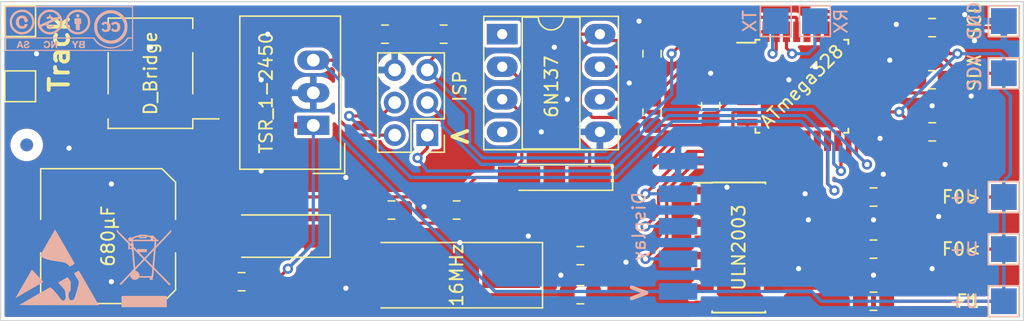
<source format=kicad_pcb>
(kicad_pcb (version 20171130) (host pcbnew 5.0.2-bee76a0~70~ubuntu18.04.1)
  (title_block (title "Messwagen Steuerplatine") (date 2020-02-25) (rev 2.0) (company "Christian Lösel") (comment 4 "Version mit NRMA-DCC"))
  (layers (0 F.Cu signal) (31 B.Cu signal) (34 B.Paste user) (35 F.Paste user) (36 B.SilkS user) (37 F.SilkS user) (38 B.Mask user) (39 F.Mask user) (44 Edge.Cuts user))
  (net 0 "")
  (net 1 "Net-(R1-Pad1)")
  (net 2 "Net-(R2-Pad1)")
  (net 3 "Net-(R3-Pad1)")
  (net 4 /SDA)
  (net 5 /SCL)
  (net 6 +5V)
  (net 7 GND)
  (net 8 /Gleis1)
  (net 9 /Gleis2)
  (net 10 "Net-(IC4-Pad7)")
  (net 11 /DCC)
  (net 12 /Reset)
  (net 13 /F0forward)
  (net 14 /F0reverse)
  (net 15 /F1)
  (net 16 /MOSI)
  (net 17 /MISO)
  (net 18 /SCK)
  (net 19 "Net-(C4-Pad1)")
  (net 20 "Net-(IC4-Pad1)")
  (net 21 "Net-(C7-Pad1)")
  (net 22 "Net-(IC5-Pad9)")
  (net 23 "Net-(IC5-Pad10)")
  (net 24 "Net-(IC5-Pad13)")
  (net 25 "Net-(IC5-Pad15)")
  (net 26 "Net-(IC3-Pad1)")
  (net 27 "Net-(IC3-Pad2)")
  (net 28 "Net-(IC3-Pad19)")
  (net 29 "Net-(IC3-Pad22)")
  (net 30 "Net-(IC3-Pad26)")
  (net 31 /XTAL1)
  (net 32 /XTAL2)
  (net 33 "Net-(C8-Pad1)")
  (net 34 /Data)
  (net 35 /Load)
  (net 36 /Clock)
  (net 37 "Net-(IC3-Pad25)")
  (net 38 "Net-(IC3-Pad24)")
  (net 39 "Net-(IC3-Pad23)")
  (net 40 "Net-(D2-Pad1)")
  (net 41 "Net-(IC4-Pad4)")
  (net 42 /RX)
  (net 43 /TX)
  (module Symbol:CC-BY-NC-SA_10x3.6mm_SilkScreen (layer B.Cu) (at 25.273 22.4155 180)
    (fp_text reference CC-Logo1 hide)
    (fp_text value --- hide)
  )
  (module Connector_PinHeader_2.54mm:PinHeader_2x03_P2.54mm_Vertical (layer F.Cu) (at 53.213 30.734 180)
    (fp_text reference J1 hide)
    (fp_text value ISP (at -2.54 3.81 270) (layer F.SilkS))
    (pad 1 thru_hole rect (at 0 0 180) (size 1.7 1.7) (drill 1) (layers *.Cu *.Mask) (net 17 /MISO))
    (pad 2 thru_hole oval (at 2.54 0 180) (size 1.7 1.7) (drill 1) (layers *.Cu *.Mask) (net 6 +5V))
    (pad 3 thru_hole oval (at 0 2.54 180) (size 1.7 1.7) (drill 1) (layers *.Cu *.Mask) (net 18 /SCK))
    (pad 4 thru_hole oval (at 2.54 2.54 180) (size 1.7 1.7) (drill 1) (layers *.Cu *.Mask) (net 16 /MOSI))
    (pad 5 thru_hole oval (at 0 5.08 180) (size 1.7 1.7) (drill 1) (layers *.Cu *.Mask) (net 12 /Reset))
    (pad 6 thru_hole oval (at 2.54 5.08 180) (size 1.7 1.7) (drill 1) (layers *.Cu *.Mask) (net 7 GND))
  )
  (module TestPoint:TestPoint_Pad_2.0x2.0mm (layer B.Cu) (at 80.391 21.844)
    (fp_text reference TP2 hide)
    (fp_text value TX (at -2.032 0 90) (layer B.SilkS) (effects (justify mirror)))
    (pad 1 smd rect (at 0 0) (size 2 2) (layers B.Cu B.Mask) (net 43 /TX))
  )
  (module TestPoint:TestPoint_Pad_2.0x2.0mm (layer B.Cu) (at 83.439 21.844)
    (fp_text reference TP1 hide)
    (fp_text value RX (at 2.032 0 90) (layer B.SilkS) (effects (justify mirror)))
    (pad 1 smd rect (at 0 0) (size 2 2) (layers B.Cu B.Mask) (net 42 /RX))
  )
  (module "Messwagen NMRA_DCC:PinHeader_1x05_P2.54mm_Vertical_SMD" (layer B.Cu) (at 74.426 37.846)
    (fp_text reference J2 hide)
    (fp_text value Display (at -4.703 0 -90) (layer B.SilkS) (effects (justify mirror)))
    (pad 4 smd rect (at -1.655 -2.54) (size 3 1.3) (layers B.Cu B.Paste B.Mask) (net 36 /Clock))
    (pad 2 smd rect (at -1.655 2.54) (size 3 1.3) (layers B.Cu B.Paste B.Mask) (net 34 /Data))
    (pad 5 smd rect (at -1.655 -5.08) (size 3 1.3) (layers B.Cu B.Paste B.Mask) (net 7 GND))
    (pad 3 smd rect (at -1.655 0) (size 3 1.3) (layers B.Cu B.Paste B.Mask) (net 35 /Load))
    (pad 1 smd rect (at -1.655 5.08) (size 3 1.3) (layers B.Cu B.Paste B.Mask) (net 6 +5V))
  )
  (module Capacitor_SMD:C_0805_2012Metric_Pad1.15x1.40mm_HandSolder (layer F.Cu) (at 49.911 22.86 180)
    (fp_text reference C6 hide)
    (fp_text value 100nF hide)
    (pad 1 smd roundrect (at -1.025 0 180) (size 1.15 1.4) (layers F.Cu F.Paste F.Mask) (roundrect_rratio 0.217391) (net 6 +5V))
    (pad 2 smd roundrect (at 1.025 0 180) (size 1.15 1.4) (layers F.Cu F.Paste F.Mask) (roundrect_rratio 0.217391) (net 7 GND))
  )
  (module Diode_SMD:Diode_Bridge_Vishay_DFS (layer F.Cu) (at 31.623 25.908 180)
    (fp_text reference IC1 hide)
    (fp_text value D_Bridge (at 0 0 270) (layer F.SilkS))
    (pad 4 smd rect (at 4.37 -2.55 180) (size 2 1.5) (layers F.Cu F.Paste F.Mask) (net 9 /Gleis2))
    (pad 3 smd rect (at 4.37 2.55 180) (size 2 1.5) (layers F.Cu F.Paste F.Mask) (net 8 /Gleis1))
    (pad 2 smd rect (at -4.37 2.55 180) (size 2 1.5) (layers F.Cu F.Paste F.Mask) (net 7 GND))
    (pad 1 smd rect (at -4.37 -2.55 180) (size 2 1.5) (layers F.Cu F.Paste F.Mask) (net 40 "Net-(D2-Pad1)"))
  )
  (module Fiducial:Fiducial_1mm_Dia_2.54mm_Outer_CopperBottom (layer F.Cu) (at 21.971 31.496)
    (fp_text reference B.Fiducial1 hide)
    (fp_text value --- hide)
    (pad "" smd circle (at 0 0) (size 1 1) (layers B.Cu B.Mask) (clearance 0.77))
  )
  (module Fiducial:Fiducial_1mm_Dia_2.54mm_Outer_CopperTop (layer F.Cu) (at 21.971 31.496)
    (fp_text reference F.Fiducial1 hide)
    (fp_text value --- hide)
    (pad "" smd circle (at 0 0) (size 1 1) (layers F.Cu F.Mask) (clearance 0.77))
  )
  (module Capacitor_SMD:C_0805_2012Metric_Pad1.15x1.40mm_HandSolder (layer F.Cu) (at 55.499 36.576 180)
    (fp_text reference C8 hide)
    (fp_text value 100nF hide)
    (pad 2 smd roundrect (at 1.025 0 180) (size 1.15 1.4) (layers F.Cu F.Paste F.Mask) (roundrect_rratio 0.217391) (net 8 /Gleis1))
    (pad 1 smd roundrect (at -1.025 0 180) (size 1.15 1.4) (layers F.Cu F.Paste F.Mask) (roundrect_rratio 0.217391) (net 33 "Net-(C8-Pad1)"))
  )
  (module Diode_SMD:D_MiniMELF_Handsoldering (layer F.Cu) (at 63.119 34.036 180)
    (fp_text reference D1 hide)
    (fp_text value 1N4148 hide)
    (pad 2 smd rect (at 2.75 0 180) (size 3.3 1.7) (layers F.Cu F.Paste F.Mask) (net 8 /Gleis1))
    (pad 1 smd rect (at -2.75 0 180) (size 3.3 1.7) (layers F.Cu F.Paste F.Mask) (net 33 "Net-(C8-Pad1)"))
  )
  (module Capacitor_SMD:C_0805_2012Metric_Pad1.15x1.40mm_HandSolder (layer F.Cu) (at 75.311 28.448 90)
    (fp_text reference C1 hide)
    (fp_text value 100nF hide)
    (pad 2 smd roundrect (at 1.024999 0 90) (size 1.15 1.4) (layers F.Cu F.Paste F.Mask) (roundrect_rratio 0.217391) (net 7 GND))
    (pad 1 smd roundrect (at -1.024999 0 90) (size 1.15 1.4) (layers F.Cu F.Paste F.Mask) (roundrect_rratio 0.217391) (net 6 +5V))
  )
  (module Resistor_SMD:R_0805_2012Metric_Pad1.15x1.40mm_HandSolder (layer F.Cu) (at 54.483 22.86)
    (fp_text reference R11 hide)
    (fp_text value 10K hide)
    (pad 2 smd roundrect (at 1.025 0) (size 1.15 1.4) (layers F.Cu F.Paste F.Mask) (roundrect_rratio 0.217391) (net 12 /Reset))
    (pad 1 smd roundrect (at -1.025 0) (size 1.15 1.4) (layers F.Cu F.Paste F.Mask) (roundrect_rratio 0.217391) (net 6 +5V))
  )
  (module Symbol:ESD-Logo_6.6x6mm_SilkScreen (layer B.Cu) (at 24.338031 41.032196 180)
    (fp_text reference ESD-Logo1 hide)
    (fp_text value --- hide)
  )
  (module Symbol:WEEE-Logo_4.2x6mm_SilkScreen (layer B.Cu) (at 31.115 41.127234 180)
    (fp_text reference WEEE-Logo1 hide)
    (fp_text value --- hide)
  )
  (module Converter_DCDC:Converter_DCDC_TRACO_TSR-1_THT (layer F.Cu) (at 44.323 29.972 90)
    (fp_text reference IC2 hide)
    (fp_text value TSR_1-2450 (at 2.54 -3.683 90) (layer F.SilkS))
    (pad 3 thru_hole oval (at 5.08 0 90) (size 1.5 2.5) (drill 1) (layers *.Cu *.Mask) (net 6 +5V))
    (pad 2 thru_hole oval (at 2.54 0 90) (size 1.5 2.5) (drill 1) (layers *.Cu *.Mask) (net 7 GND))
    (pad 1 thru_hole rect (at 0 0 90) (size 1.5 2.5) (drill 1) (layers *.Cu *.Mask) (net 40 "Net-(D2-Pad1)"))
  )
  (module Package_QFP:TQFP-32_7x7mm_P0.8mm (layer F.Cu) (at 82.423 26.924)
    (fp_text reference IC3 hide)
    (fp_text value ATmega328 (at 0 0 -315) (layer F.SilkS))
    (pad 32 smd rect (at -2.8 -4.25 90) (size 1.6 0.55) (layers F.Cu F.Paste F.Mask) (net 11 /DCC))
    (pad 31 smd rect (at -2 -4.25 90) (size 1.6 0.55) (layers F.Cu F.Paste F.Mask) (net 43 /TX))
    (pad 30 smd rect (at -1.2 -4.25 90) (size 1.6 0.55) (layers F.Cu F.Paste F.Mask) (net 42 /RX))
    (pad 29 smd rect (at -0.4 -4.25 90) (size 1.6 0.55) (layers F.Cu F.Paste F.Mask) (net 12 /Reset))
    (pad 28 smd rect (at 0.4 -4.25 90) (size 1.6 0.55) (layers F.Cu F.Paste F.Mask) (net 5 /SCL))
    (pad 27 smd rect (at 1.2 -4.25 90) (size 1.6 0.55) (layers F.Cu F.Paste F.Mask) (net 4 /SDA))
    (pad 26 smd rect (at 2 -4.25 90) (size 1.6 0.55) (layers F.Cu F.Paste F.Mask) (net 30 "Net-(IC3-Pad26)"))
    (pad 25 smd rect (at 2.8 -4.25 90) (size 1.6 0.55) (layers F.Cu F.Paste F.Mask) (net 37 "Net-(IC3-Pad25)"))
    (pad 24 smd rect (at 4.25 -2.8) (size 1.6 0.55) (layers F.Cu F.Paste F.Mask) (net 38 "Net-(IC3-Pad24)"))
    (pad 23 smd rect (at 4.25 -2) (size 1.6 0.55) (layers F.Cu F.Paste F.Mask) (net 39 "Net-(IC3-Pad23)"))
    (pad 22 smd rect (at 4.25 -1.2) (size 1.6 0.55) (layers F.Cu F.Paste F.Mask) (net 29 "Net-(IC3-Pad22)"))
    (pad 21 smd rect (at 4.25 -0.4) (size 1.6 0.55) (layers F.Cu F.Paste F.Mask) (net 7 GND))
    (pad 20 smd rect (at 4.25 0.4) (size 1.6 0.55) (layers F.Cu F.Paste F.Mask) (net 19 "Net-(C4-Pad1)"))
    (pad 19 smd rect (at 4.25 1.2) (size 1.6 0.55) (layers F.Cu F.Paste F.Mask) (net 28 "Net-(IC3-Pad19)"))
    (pad 18 smd rect (at 4.25 2) (size 1.6 0.55) (layers F.Cu F.Paste F.Mask) (net 6 +5V))
    (pad 17 smd rect (at 4.25 2.8) (size 1.6 0.55) (layers F.Cu F.Paste F.Mask) (net 18 /SCK))
    (pad 16 smd rect (at 2.8 4.25 90) (size 1.6 0.55) (layers F.Cu F.Paste F.Mask) (net 17 /MISO))
    (pad 15 smd rect (at 2 4.25 90) (size 1.6 0.55) (layers F.Cu F.Paste F.Mask) (net 16 /MOSI))
    (pad 14 smd rect (at 1.2 4.25 90) (size 1.6 0.55) (layers F.Cu F.Paste F.Mask) (net 15 /F1))
    (pad 13 smd rect (at 0.4 4.25 90) (size 1.6 0.55) (layers F.Cu F.Paste F.Mask) (net 14 /F0reverse))
    (pad 12 smd rect (at -0.4 4.25 90) (size 1.6 0.55) (layers F.Cu F.Paste F.Mask) (net 13 /F0forward))
    (pad 11 smd rect (at -1.2 4.25 90) (size 1.6 0.55) (layers F.Cu F.Paste F.Mask) (net 34 /Data))
    (pad 10 smd rect (at -2 4.25 90) (size 1.6 0.55) (layers F.Cu F.Paste F.Mask) (net 35 /Load))
    (pad 9 smd rect (at -2.8 4.25 90) (size 1.6 0.55) (layers F.Cu F.Paste F.Mask) (net 36 /Clock))
    (pad 8 smd rect (at -4.25 2.8) (size 1.6 0.55) (layers F.Cu F.Paste F.Mask) (net 32 /XTAL2))
    (pad 7 smd rect (at -4.25 2) (size 1.6 0.55) (layers F.Cu F.Paste F.Mask) (net 31 /XTAL1))
    (pad 6 smd rect (at -4.25 1.2) (size 1.6 0.55) (layers F.Cu F.Paste F.Mask) (net 6 +5V))
    (pad 5 smd rect (at -4.25 0.4) (size 1.6 0.55) (layers F.Cu F.Paste F.Mask) (net 7 GND))
    (pad 4 smd rect (at -4.25 -0.4) (size 1.6 0.55) (layers F.Cu F.Paste F.Mask) (net 6 +5V))
    (pad 3 smd rect (at -4.25 -1.2) (size 1.6 0.55) (layers F.Cu F.Paste F.Mask) (net 7 GND))
    (pad 2 smd rect (at -4.25 -2) (size 1.6 0.55) (layers F.Cu F.Paste F.Mask) (net 27 "Net-(IC3-Pad2)"))
    (pad 1 smd rect (at -4.25 -2.8) (size 1.6 0.55) (layers F.Cu F.Paste F.Mask) (net 26 "Net-(IC3-Pad1)"))
  )
  (module Package_SO:SOIC-16_3.9x9.9mm_P1.27mm (layer F.Cu) (at 77.503 39.497)
    (fp_text reference IC5 hide)
    (fp_text value ULN2003 (at 0 0 90) (layer F.SilkS))
    (pad 16 smd rect (at 2.7 -4.445) (size 1.5 0.6) (layers F.Cu F.Paste F.Mask) (net 25 "Net-(IC5-Pad15)"))
    (pad 15 smd rect (at 2.7 -3.175) (size 1.5 0.6) (layers F.Cu F.Paste F.Mask) (net 25 "Net-(IC5-Pad15)"))
    (pad 14 smd rect (at 2.7 -1.905) (size 1.5 0.6) (layers F.Cu F.Paste F.Mask) (net 24 "Net-(IC5-Pad13)"))
    (pad 13 smd rect (at 2.7 -0.635) (size 1.5 0.6) (layers F.Cu F.Paste F.Mask) (net 24 "Net-(IC5-Pad13)"))
    (pad 12 smd rect (at 2.7 0.635) (size 1.5 0.6) (layers F.Cu F.Paste F.Mask) (net 23 "Net-(IC5-Pad10)"))
    (pad 11 smd rect (at 2.7 1.905) (size 1.5 0.6) (layers F.Cu F.Paste F.Mask) (net 23 "Net-(IC5-Pad10)"))
    (pad 10 smd rect (at 2.7 3.175) (size 1.5 0.6) (layers F.Cu F.Paste F.Mask) (net 23 "Net-(IC5-Pad10)"))
    (pad 9 smd rect (at 2.7 4.445) (size 1.5 0.6) (layers F.Cu F.Paste F.Mask) (net 22 "Net-(IC5-Pad9)"))
    (pad 8 smd rect (at -2.7 4.445) (size 1.5 0.6) (layers F.Cu F.Paste F.Mask) (net 7 GND))
    (pad 7 smd rect (at -2.7 3.175) (size 1.5 0.6) (layers F.Cu F.Paste F.Mask) (net 15 /F1))
    (pad 6 smd rect (at -2.7 1.905) (size 1.5 0.6) (layers F.Cu F.Paste F.Mask) (net 15 /F1))
    (pad 5 smd rect (at -2.7 0.635) (size 1.5 0.6) (layers F.Cu F.Paste F.Mask) (net 15 /F1))
    (pad 4 smd rect (at -2.7 -0.635) (size 1.5 0.6) (layers F.Cu F.Paste F.Mask) (net 14 /F0reverse))
    (pad 3 smd rect (at -2.7 -1.905) (size 1.5 0.6) (layers F.Cu F.Paste F.Mask) (net 14 /F0reverse))
    (pad 2 smd rect (at -2.7 -3.175) (size 1.5 0.6) (layers F.Cu F.Paste F.Mask) (net 13 /F0forward))
    (pad 1 smd rect (at -2.7 -4.445) (size 1.5 0.6) (layers F.Cu F.Paste F.Mask) (net 13 /F0forward))
  )
  (module Crystal:Crystal_SMD_HC49-SD (layer F.Cu) (at 55.499 41.656 180)
    (fp_text reference Q1 hide)
    (fp_text value 16MHz (at 0 0 270) (layer F.SilkS))
    (pad 2 smd rect (at 4.25 0 180) (size 4.5 2) (layers F.Cu F.Paste F.Mask) (net 32 /XTAL2))
    (pad 1 smd rect (at -4.25 0 180) (size 4.5 2) (layers F.Cu F.Paste F.Mask) (net 31 /XTAL1))
  )
  (module Capacitor_SMD:C_Elec_10x10.2 (layer F.Cu) (at 28.321 38.608 180)
    (fp_text reference C7 hide)
    (fp_text value 680µF (at 0 0 270) (layer F.SilkS))
    (pad 2 smd roundrect (at 4.4 0 180) (size 4.6 2.1) (layers F.Cu F.Paste F.Mask) (roundrect_rratio 0.119048) (net 7 GND))
    (pad 1 smd roundrect (at -4.4 0 180) (size 4.6 2.1) (layers F.Cu F.Paste F.Mask) (roundrect_rratio 0.119048) (net 21 "Net-(C7-Pad1)"))
  )
  (module Diode_SMD:D_SMA_Handsoldering (layer F.Cu) (at 41.235 38.608 180)
    (fp_text reference D2 hide)
    (fp_text value "B 140 F" hide)
    (pad 2 smd rect (at 2.5 0 180) (size 3.5 1.8) (layers F.Cu F.Paste F.Mask) (net 21 "Net-(C7-Pad1)"))
    (pad 1 smd rect (at -2.5 0 180) (size 3.5 1.8) (layers F.Cu F.Paste F.Mask) (net 40 "Net-(D2-Pad1)"))
  )
  (module Resistor_SMD:R_0805_2012Metric_Pad1.15x1.40mm_HandSolder (layer F.Cu) (at 38.735 42.164 180)
    (fp_text reference R10 hide)
    (fp_text value 100R hide)
    (pad 2 smd roundrect (at 1.025 0 180) (size 1.15 1.4) (layers F.Cu F.Paste F.Mask) (roundrect_rratio 0.217391) (net 21 "Net-(C7-Pad1)"))
    (pad 1 smd roundrect (at -1.025 0 180) (size 1.15 1.4) (layers F.Cu F.Paste F.Mask) (roundrect_rratio 0.217391) (net 40 "Net-(D2-Pad1)"))
  )
  (module Resistor_SMD:R_0805_2012Metric_Pad1.15x1.40mm_HandSolder (layer F.Cu) (at 70.739 24.384 270)
    (fp_text reference R8 hide)
    (fp_text value 10K hide)
    (pad 2 smd roundrect (at 1.025 0 270) (size 1.15 1.4) (layers F.Cu F.Paste F.Mask) (roundrect_rratio 0.217391) (net 10 "Net-(IC4-Pad7)"))
    (pad 1 smd roundrect (at -1.025 0 270) (size 1.15 1.4) (layers F.Cu F.Paste F.Mask) (roundrect_rratio 0.217391) (net 6 +5V))
  )
  (module Package_DIP:DIP-8_W7.62mm_Socket_LongPads (layer F.Cu) (at 59.055 22.86)
    (fp_text reference IC4 hide)
    (fp_text value 6N137 (at 3.84048 4.0894 90) (layer F.SilkS))
    (pad 8 thru_hole oval (at 7.62 0) (size 2.4 1.6) (drill 0.8) (layers *.Cu *.Mask) (net 6 +5V))
    (pad 4 thru_hole oval (at 0 7.62) (size 2.4 1.6) (drill 0.8) (layers *.Cu *.Mask) (net 41 "Net-(IC4-Pad4)"))
    (pad 7 thru_hole oval (at 7.62 2.54) (size 2.4 1.6) (drill 0.8) (layers *.Cu *.Mask) (net 10 "Net-(IC4-Pad7)"))
    (pad 3 thru_hole oval (at 0 5.08) (size 2.4 1.6) (drill 0.8) (layers *.Cu *.Mask) (net 8 /Gleis1))
    (pad 6 thru_hole oval (at 7.62 5.08) (size 2.4 1.6) (drill 0.8) (layers *.Cu *.Mask) (net 11 /DCC))
    (pad 2 thru_hole oval (at 0 2.54) (size 2.4 1.6) (drill 0.8) (layers *.Cu *.Mask) (net 33 "Net-(C8-Pad1)"))
    (pad 5 thru_hole oval (at 7.62 7.62) (size 2.4 1.6) (drill 0.8) (layers *.Cu *.Mask) (net 7 GND))
    (pad 1 thru_hole rect (at 0 0) (size 2.4 1.6) (drill 0.8) (layers *.Cu *.Mask) (net 20 "Net-(IC4-Pad1)"))
  )
  (module Capacitor_SMD:C_0805_2012Metric_Pad1.15x1.40mm_HandSolder (layer F.Cu) (at 65.151 40.132)
    (fp_text reference C2 hide)
    (fp_text value 22pF hide)
    (pad 2 smd roundrect (at 1.025 0) (size 1.15 1.4) (layers F.Cu F.Paste F.Mask) (roundrect_rratio 0.217391) (net 7 GND))
    (pad 1 smd roundrect (at -1.025 0) (size 1.15 1.4) (layers F.Cu F.Paste F.Mask) (roundrect_rratio 0.217391) (net 31 /XTAL1))
  )
  (module Capacitor_SMD:C_0805_2012Metric_Pad1.15x1.40mm_HandSolder (layer F.Cu) (at 65.151 43.18)
    (fp_text reference C3 hide)
    (fp_text value 22pF hide)
    (pad 2 smd roundrect (at 1.025 0) (size 1.15 1.4) (layers F.Cu F.Paste F.Mask) (roundrect_rratio 0.217391) (net 7 GND))
    (pad 1 smd roundrect (at -1.025 0) (size 1.15 1.4) (layers F.Cu F.Paste F.Mask) (roundrect_rratio 0.217391) (net 32 /XTAL2))
  )
  (module Capacitor_SMD:C_0805_2012Metric_Pad1.15x1.40mm_HandSolder (layer F.Cu) (at 92.574 26.416 180)
    (fp_text reference C4 hide)
    (fp_text value 100nF hide)
    (pad 2 smd roundrect (at 1.025 0 180) (size 1.15 1.4) (layers F.Cu F.Paste F.Mask) (roundrect_rratio 0.217391) (net 7 GND))
    (pad 1 smd roundrect (at -1.025 0 180) (size 1.15 1.4) (layers F.Cu F.Paste F.Mask) (roundrect_rratio 0.217391) (net 19 "Net-(C4-Pad1)"))
  )
  (module Resistor_SMD:R_0805_2012Metric_Pad1.15x1.40mm_HandSolder (layer F.Cu) (at 92.592 30.48 180)
    (fp_text reference R4 hide)
    (fp_text value 10K hide)
    (pad 1 smd roundrect (at -1.025 0 180) (size 1.15 1.4) (layers F.Cu F.Paste F.Mask) (roundrect_rratio 0.217391) (net 4 /SDA))
    (pad 2 smd roundrect (at 1.025 0 180) (size 1.15 1.4) (layers F.Cu F.Paste F.Mask) (roundrect_rratio 0.217391) (net 6 +5V))
  )
  (module Resistor_SMD:R_0805_2012Metric_Pad1.15x1.40mm_HandSolder (layer F.Cu) (at 70.739 28.956 90)
    (fp_text reference R9 hide)
    (fp_text value 10K hide)
    (pad 2 smd roundrect (at 1.025 0 90) (size 1.15 1.4) (layers F.Cu F.Paste F.Mask) (roundrect_rratio 0.217391) (net 11 /DCC))
    (pad 1 smd roundrect (at -1.025 0 90) (size 1.15 1.4) (layers F.Cu F.Paste F.Mask) (roundrect_rratio 0.217391) (net 6 +5V))
  )
  (module Resistor_SMD:R_0805_2012Metric_Pad1.15x1.40mm_HandSolder (layer F.Cu) (at 50.419 36.576 180)
    (fp_text reference R7 hide)
    (fp_text value 1K5 hide)
    (pad 2 smd roundrect (at 1.025 0 180) (size 1.15 1.4) (layers F.Cu F.Paste F.Mask) (roundrect_rratio 0.217391) (net 9 /Gleis2))
    (pad 1 smd roundrect (at -1.025 0 180) (size 1.15 1.4) (layers F.Cu F.Paste F.Mask) (roundrect_rratio 0.217391) (net 33 "Net-(C8-Pad1)"))
  )
  (module Resistor_SMD:R_0805_2012Metric_Pad1.15x1.40mm_HandSolder (layer F.Cu) (at 88.011 43.688 180)
    (fp_text reference R3 hide)
    (fp_text value R hide)
    (pad 2 smd roundrect (at 1.025 0 180) (size 1.15 1.4) (layers F.Cu F.Paste F.Mask) (roundrect_rratio 0.217391) (net 23 "Net-(IC5-Pad10)"))
    (pad 1 smd roundrect (at -1.025 0 180) (size 1.15 1.4) (layers F.Cu F.Paste F.Mask) (roundrect_rratio 0.217391) (net 3 "Net-(R3-Pad1)"))
  )
  (module Resistor_SMD:R_0805_2012Metric_Pad1.15x1.40mm_HandSolder (layer F.Cu) (at 88.011 39.624 180)
    (fp_text reference R2 hide)
    (fp_text value R hide)
    (pad 2 smd roundrect (at 1.025 0 180) (size 1.15 1.4) (layers F.Cu F.Paste F.Mask) (roundrect_rratio 0.217391) (net 24 "Net-(IC5-Pad13)"))
    (pad 1 smd roundrect (at -1.025 0 180) (size 1.15 1.4) (layers F.Cu F.Paste F.Mask) (roundrect_rratio 0.217391) (net 2 "Net-(R2-Pad1)"))
  )
  (module Resistor_SMD:R_0805_2012Metric_Pad1.15x1.40mm_HandSolder (layer F.Cu) (at 88.011 35.56 180)
    (fp_text reference R1 hide)
    (fp_text value R hide)
    (pad 2 smd roundrect (at 1.025 0 180) (size 1.15 1.4) (layers F.Cu F.Paste F.Mask) (roundrect_rratio 0.217391) (net 25 "Net-(IC5-Pad15)"))
    (pad 1 smd roundrect (at -1.025 0 180) (size 1.15 1.4) (layers F.Cu F.Paste F.Mask) (roundrect_rratio 0.217391) (net 1 "Net-(R1-Pad1)"))
  )
  (module Resistor_SMD:R_0805_2012Metric_Pad1.15x1.40mm_HandSolder (layer F.Cu) (at 92.583 22.352 180)
    (fp_text reference R5 hide)
    (fp_text value 10K hide)
    (pad 2 smd roundrect (at 1.025 0 180) (size 1.15 1.4) (layers F.Cu F.Paste F.Mask) (roundrect_rratio 0.217391) (net 6 +5V))
    (pad 1 smd roundrect (at -1.025 0 180) (size 1.15 1.4) (layers F.Cu F.Paste F.Mask) (roundrect_rratio 0.217391) (net 5 /SCL))
  )
  (module TestPoint:TestPoint_Pad_2.0x2.0mm (layer F.Cu) (at 21.463 26.924)
    (fp_text reference TP16 hide)
    (fp_text value Gleis2 hide)
    (pad 1 smd rect (at 0 0) (size 2 2) (layers F.Cu F.Mask) (net 9 /Gleis2))
  )
  (module TestPoint:TestPoint_Pad_2.0x2.0mm (layer F.Cu) (at 21.463 21.844)
    (fp_text reference TP15 hide)
    (fp_text value Gleis1 hide)
    (pad 1 smd rect (at 0 0) (size 2 2) (layers F.Cu F.Mask) (net 8 /Gleis1))
  )
  (module TestPoint:TestPoint_Pad_2.0x2.0mm (layer B.Cu) (at 98.171 21.844)
    (fp_text reference TP13 hide)
    (fp_text value GND (at -2.286 0 90) (layer B.SilkS) (effects (justify mirror)))
    (pad 1 smd rect (at 0 0) (size 2 2) (layers B.Cu B.Mask) (net 7 GND))
  )
  (module TestPoint:TestPoint_Pad_2.0x2.0mm (layer B.Cu) (at 98.171 25.908)
    (fp_text reference TP12 hide)
    (fp_text value VCC (at -2.286 0 270) (layer B.SilkS) (effects (justify mirror)))
    (pad 1 smd rect (at 0 0) (size 2 2) (layers B.Cu B.Mask) (net 6 +5V))
  )
  (module TestPoint:TestPoint_Pad_2.0x2.0mm (layer B.Cu) (at 98.171 43.688)
    (fp_text reference TP11 hide)
    (fp_text value U+ (at -3.105 0) (layer B.SilkS) (effects (justify mirror)))
    (pad 1 smd rect (at 0 0) (size 2 2) (layers B.Cu B.Mask) (net 6 +5V))
  )
  (module TestPoint:TestPoint_Pad_2.0x2.0mm (layer B.Cu) (at 98.171 35.56)
    (fp_text reference TP10 hide)
    (fp_text value U+ (at -3.105 0) (layer B.SilkS) (effects (justify mirror)))
    (pad 1 smd rect (at 0 0) (size 2 2) (layers B.Cu B.Mask) (net 6 +5V))
  )
  (module TestPoint:TestPoint_Pad_2.0x2.0mm (layer B.Cu) (at 98.171 39.624)
    (fp_text reference TP9 hide)
    (fp_text value U+ (at -3.105 0) (layer B.SilkS) (effects (justify mirror)))
    (pad 1 smd rect (at 0 0) (size 2 2) (layers B.Cu B.Mask) (net 6 +5V))
  )
  (module TestPoint:TestPoint_Pad_2.0x2.0mm (layer F.Cu) (at 98.171 21.844)
    (fp_text reference TP8 hide)
    (fp_text value SCL (at -2.286 0 90) (layer F.SilkS))
    (pad 1 smd rect (at 0 0) (size 2 2) (layers F.Cu F.Mask) (net 5 /SCL))
  )
  (module TestPoint:TestPoint_Pad_2.0x2.0mm (layer F.Cu) (at 98.171 25.908)
    (fp_text reference TP7 hide)
    (fp_text value SDA (at -2.286 0 90) (layer F.SilkS))
    (pad 1 smd rect (at 0 0) (size 2 2) (layers F.Cu F.Mask) (net 4 /SDA))
  )
  (module TestPoint:TestPoint_Pad_2.0x2.0mm (layer F.Cu) (at 98.171 43.688)
    (fp_text reference TP6 hide)
    (fp_text value F1 (at -2.794 0) (layer F.SilkS))
    (pad 1 smd rect (at 0 0) (size 2 2) (layers F.Cu F.Mask) (net 3 "Net-(R3-Pad1)"))
  )
  (module TestPoint:TestPoint_Pad_2.0x2.0mm (layer F.Cu) (at 98.171 39.624)
    (fp_text reference TP5 hide)
    (fp_text value F0< (at -3.302 0) (layer F.SilkS))
    (pad 1 smd rect (at 0 0) (size 2 2) (layers F.Cu F.Mask) (net 2 "Net-(R2-Pad1)"))
  )
  (module TestPoint:TestPoint_Pad_2.0x2.0mm (layer F.Cu) (at 98.171 35.56)
    (fp_text reference TP4 hide)
    (fp_text value F0> (at -3.302 0) (layer F.SilkS))
    (pad 1 smd rect (at 0 0) (size 2 2) (layers F.Cu F.Mask) (net 1 "Net-(R1-Pad1)"))
  )
  (gr_text < (at 55.753 30.734) (layer F.SilkS) (effects (font (size 1.5 1.5) (thickness 0.3))))
  (gr_text > (at 69.723 42.926) (layer B.SilkS) (effects (font (size 1.5 1.5) (thickness 0.3))))
  (gr_text Track (at 24.511 24.384 90) (layer F.SilkS) (effects (font (size 1.5 1.5) (thickness 0.3))))
  (gr_line (start 99.695 20.32) (end 99.695 45.212) (layer Edge.Cuts) (width 0.1))
  (gr_line (start 19.939 45.212) (end 99.695 45.212) (layer Edge.Cuts) (width 0.1))
  (gr_line (start 19.939 20.32) (end 19.939 45.212) (layer Edge.Cuts) (width 0.1))
  (gr_line (start 19.939 20.32) (end 99.695 20.32) (layer Edge.Cuts) (width 0.1))
  (segment (start 89.036 35.56) (end 98.171 35.56) (width 0.25) (layer F.Cu) (net 1))
  (segment (start 89.036 39.624) (end 98.171 39.624) (width 0.25) (layer F.Cu) (net 2))
  (segment (start 89.036 43.688) (end 98.171 43.688) (width 0.25) (layer F.Cu) (net 3))
  (segment (start 83.623 22.674) (end 83.623 21.813998) (width 0.25) (layer F.Cu) (net 4))
  (segment (start 83.623 21.813998) (end 83.887999 21.548999) (width 0.25) (layer F.Cu) (net 4))
  (segment (start 83.887999 21.548999) (end 88.068 21.548999) (width 0.25) (layer F.Cu) (net 4))
  (segment (start 88.068 21.548999) (end 89.896011 23.37701) (width 0.25) (layer F.Cu) (net 4))
  (segment (start 96.74082 25.72782) (end 94.49901 25.72782) (width 0.25) (layer F.Cu) (net 4))
  (segment (start 96.921 25.908) (end 96.74082 25.72782) (width 0.25) (layer F.Cu) (net 4))
  (segment (start 98.171 25.908) (end 96.921 25.908) (width 0.25) (layer F.Cu) (net 4))
  (segment (start 92.1482 23.37701) (end 94.49901 25.72782) (width 0.25) (layer F.Cu) (net 4))
  (segment (start 89.896011 23.37701) (end 92.1482 23.37701) (width 0.25) (layer F.Cu) (net 4))
  (segment (start 94.49901 29.59799) (end 93.617 30.48) (width 0.25) (layer F.Cu) (net 4))
  (segment (start 94.49901 25.72782) (end 94.49901 29.59799) (width 0.25) (layer F.Cu) (net 4))
  (segment (start 82.823 21.624) (end 82.823 22.674) (width 0.25) (layer F.Cu) (net 5))
  (segment (start 83.348011 21.098989) (end 82.823 21.624) (width 0.25) (layer F.Cu) (net 5))
  (segment (start 92.354989 21.098989) (end 83.348011 21.098989) (width 0.25) (layer F.Cu) (net 5))
  (segment (start 93.608 22.352) (end 92.354989 21.098989) (width 0.25) (layer F.Cu) (net 5))
  (segment (start 97.663 22.352) (end 98.171 21.844) (width 0.25) (layer F.Cu) (net 5))
  (segment (start 93.608 22.352) (end 97.663 22.352) (width 0.25) (layer F.Cu) (net 5))
  (segment (start 67.174 23.359) (end 66.675 22.86) (width 0.25) (layer F.Cu) (net 6))
  (segment (start 70.739 23.359) (end 67.174 23.359) (width 0.25) (layer F.Cu) (net 6))
  (segment (start 70.11299 29.35499) (end 70.115628 29.357628) (width 0.25) (layer F.Cu) (net 6))
  (segment (start 66.098986 29.35499) (end 70.11299 29.35499) (width 0.25) (layer F.Cu) (net 6))
  (segment (start 65.14999 28.405994) (end 66.098986 29.35499) (width 0.25) (layer F.Cu) (net 6))
  (segment (start 65.14999 23.98501) (end 65.14999 28.405994) (width 0.25) (layer F.Cu) (net 6))
  (segment (start 66.275 22.86) (end 65.14999 23.98501) (width 0.25) (layer F.Cu) (net 6))
  (segment (start 70.115628 29.357628) (end 70.739 29.981) (width 0.25) (layer F.Cu) (net 6))
  (segment (start 66.675 22.86) (end 66.275 22.86) (width 0.25) (layer F.Cu) (net 6))
  (segment (start 91.558 22.352) (end 92.01981 22.352) (width 0.25) (layer F.Cu) (net 6))
  (segment (start 92.01981 22.352) (end 93.04482 23.37701) (width 0.25) (layer F.Cu) (net 6))
  (segment (start 90.011 28.924) (end 90.011 28.924) (width 0.25) (layer F.Cu) (net 6))
  (segment (start 91.567 30.48) (end 90.011 28.924) (width 0.25) (layer F.Cu) (net 6))
  (segment (start 90.011 28.924) (end 86.673 28.924) (width 0.25) (layer F.Cu) (net 6))
  (via (at 90.011 28.924) (size 0.8) (drill 0.4) (layers F.Cu B.Cu) (net 6))
  (segment (start 90.011 28.924) (end 94.551 24.384) (width 0.25) (layer B.Cu) (net 6))
  (segment (start 65.225 22.86) (end 66.675 22.86) (width 0.25) (layer F.Cu) (net 6))
  (segment (start 63.701 21.336) (end 65.225 22.86) (width 0.25) (layer F.Cu) (net 6))
  (segment (start 54.982 21.336) (end 63.701 21.336) (width 0.25) (layer F.Cu) (net 6))
  (segment (start 53.458 22.86) (end 54.982 21.336) (width 0.25) (layer F.Cu) (net 6))
  (segment (start 50.936 22.86) (end 53.458 22.86) (width 0.25) (layer F.Cu) (net 6))
  (segment (start 74.802999 29.981) (end 75.311 29.472999) (width 0.25) (layer F.Cu) (net 6))
  (segment (start 70.739 29.981) (end 74.802999 29.981) (width 0.25) (layer F.Cu) (net 6))
  (segment (start 77.123 28.124) (end 78.173 28.124) (width 0.25) (layer F.Cu) (net 6))
  (segment (start 77.047999 26.599001) (end 77.047999 28.048999) (width 0.25) (layer F.Cu) (net 6))
  (segment (start 77.047999 28.048999) (end 77.123 28.124) (width 0.25) (layer F.Cu) (net 6))
  (segment (start 77.123 26.524) (end 77.047999 26.599001) (width 0.25) (layer F.Cu) (net 6))
  (segment (start 78.173 26.524) (end 77.123 26.524) (width 0.25) (layer F.Cu) (net 6))
  (segment (start 76.659999 28.124) (end 78.173 28.124) (width 0.25) (layer F.Cu) (net 6))
  (segment (start 75.311 29.472999) (end 76.659999 28.124) (width 0.25) (layer F.Cu) (net 6))
  (via (at 94.551 24.384) (size 0.8) (drill 0.4) (layers F.Cu B.Cu) (net 6))
  (segment (start 91.953315 22.352) (end 91.558 22.352) (width 0.25) (layer F.Cu) (net 6))
  (segment (start 93.985315 24.384) (end 91.953315 22.352) (width 0.25) (layer F.Cu) (net 6))
  (segment (start 94.551 24.384) (end 93.985315 24.384) (width 0.25) (layer F.Cu) (net 6))
  (segment (start 98.171 24.658) (end 98.171 25.908) (width 0.25) (layer B.Cu) (net 6))
  (segment (start 97.897 24.384) (end 98.171 24.658) (width 0.25) (layer B.Cu) (net 6))
  (segment (start 94.551 24.384) (end 97.897 24.384) (width 0.25) (layer B.Cu) (net 6))
  (segment (start 49.91099 23.88501) (end 50.312628 23.483372) (width 0.25) (layer F.Cu) (net 6))
  (segment (start 50.312628 23.483372) (end 50.936 22.86) (width 0.25) (layer F.Cu) (net 6))
  (segment (start 46.82999 23.88501) (end 49.91099 23.88501) (width 0.25) (layer F.Cu) (net 6))
  (segment (start 45.823 24.892) (end 46.82999 23.88501) (width 0.25) (layer F.Cu) (net 6))
  (segment (start 98.171 43.688) (end 98.171 39.624) (width 0.25) (layer B.Cu) (net 6))
  (segment (start 98.171 39.624) (end 98.171 35.56) (width 0.25) (layer B.Cu) (net 6))
  (segment (start 72.771 42.926) (end 83.185 42.926) (width 0.25) (layer B.Cu) (net 6))
  (segment (start 83.947 43.688) (end 98.171 43.688) (width 0.25) (layer B.Cu) (net 6))
  (segment (start 83.185 42.926) (end 83.947 43.688) (width 0.25) (layer B.Cu) (net 6))
  (segment (start 71.021 42.926) (end 72.771 42.926) (width 0.25) (layer B.Cu) (net 6))
  (segment (start 58.489998 42.926) (end 71.021 42.926) (width 0.25) (layer B.Cu) (net 6))
  (segment (start 46.391999 30.828001) (end 58.489998 42.926) (width 0.25) (layer B.Cu) (net 6))
  (segment (start 46.391999 26.460999) (end 46.391999 30.828001) (width 0.25) (layer B.Cu) (net 6))
  (segment (start 44.823 24.892) (end 46.391999 26.460999) (width 0.25) (layer B.Cu) (net 6))
  (segment (start 44.323 24.892) (end 44.823 24.892) (width 0.25) (layer B.Cu) (net 6))
  (segment (start 98.171 34.31) (end 98.171 35.56) (width 0.25) (layer B.Cu) (net 6))
  (segment (start 98.679 27.666) (end 98.679 33.802) (width 0.25) (layer B.Cu) (net 6))
  (segment (start 98.679 33.802) (end 98.171 34.31) (width 0.25) (layer B.Cu) (net 6))
  (segment (start 98.171 27.158) (end 98.679 27.666) (width 0.25) (layer B.Cu) (net 6))
  (segment (start 98.171 25.908) (end 98.171 27.158) (width 0.25) (layer B.Cu) (net 6))
  (segment (start 49.470919 30.734) (end 50.673 30.734) (width 0.25) (layer F.Cu) (net 6))
  (segment (start 47.535998 30.734) (end 49.470919 30.734) (width 0.25) (layer F.Cu) (net 6))
  (segment (start 46.391999 29.590001) (end 47.535998 30.734) (width 0.25) (layer F.Cu) (net 6))
  (segment (start 46.391999 25.460999) (end 46.391999 29.590001) (width 0.25) (layer F.Cu) (net 6))
  (segment (start 45.823 24.892) (end 46.391999 25.460999) (width 0.25) (layer F.Cu) (net 6))
  (segment (start 44.323 24.892) (end 45.823 24.892) (width 0.25) (layer F.Cu) (net 6))
  (segment (start 91.441 26.524) (end 91.549 26.416) (width 0.25) (layer F.Cu) (net 7))
  (segment (start 86.673 26.524) (end 91.441 26.524) (width 0.25) (layer F.Cu) (net 7))
  (segment (start 79.223 25.724) (end 79.407 25.908) (width 0.25) (layer F.Cu) (net 7))
  (segment (start 78.173 25.724) (end 79.223 25.724) (width 0.25) (layer F.Cu) (net 7))
  (segment (start 78.173 27.324) (end 79.223 27.324) (width 0.25) (layer F.Cu) (net 7))
  (segment (start 86.673 26.524) (end 83.839 26.524) (width 0.25) (layer F.Cu) (net 7))
  (segment (start 79.407 27.14) (end 79.223 27.324) (width 0.25) (layer F.Cu) (net 7))
  (segment (start 79.407 25.908) (end 79.407 27.14) (width 0.25) (layer F.Cu) (net 7))
  (segment (start 66.176 40.932) (end 66.176 43.18) (width 0.25) (layer F.Cu) (net 7))
  (segment (start 66.176 40.132) (end 66.176 40.932) (width 0.25) (layer F.Cu) (net 7))
  (via (at 93.599 33.02) (size 0.8) (drill 0.4) (layers F.Cu B.Cu) (net 7))
  (via (at 93.091 37.084) (size 0.8) (drill 0.4) (layers F.Cu B.Cu) (net 7))
  (via (at 92.583 41.148) (size 0.8) (drill 0.4) (layers F.Cu B.Cu) (net 7))
  (via (at 69.723 21.844) (size 0.8) (drill 0.4) (layers F.Cu B.Cu) (net 7))
  (via (at 63.119 23.876) (size 0.8) (drill 0.4) (layers F.Cu B.Cu) (net 7))
  (via (at 62.103 30.48) (size 0.8) (drill 0.4) (layers F.Cu B.Cu) (net 7))
  (via (at 64.135 27.94) (size 0.8) (drill 0.4) (layers F.Cu B.Cu) (net 7))
  (via (at 46.863 42.672) (size 0.8) (drill 0.4) (layers F.Cu B.Cu) (net 7))
  (via (at 28.575 42.164) (size 0.8) (drill 0.4) (layers F.Cu B.Cu) (net 7))
  (via (at 28.575 34.544) (size 0.8) (drill 0.4) (layers F.Cu B.Cu) (net 7))
  (via (at 25.273 31.75) (size 0.8) (drill 0.4) (layers F.Cu B.Cu) (net 7))
  (via (at 31.623 23.876) (size 0.8) (drill 0.4) (layers F.Cu B.Cu) (net 7))
  (via (at 40.767 22.86) (size 0.8) (drill 0.4) (layers F.Cu B.Cu) (net 7))
  (via (at 40.259 26.416) (size 0.8) (drill 0.4) (layers F.Cu B.Cu) (net 7))
  (via (at 46.863 34.036) (size 0.8) (drill 0.4) (layers F.Cu B.Cu) (net 7))
  (via (at 40.259 33.528) (size 0.8) (drill 0.4) (layers F.Cu B.Cu) (net 7))
  (via (at 68.707 40.64) (size 0.8) (drill 0.4) (layers F.Cu B.Cu) (net 7))
  (via (at 61.087 38.608) (size 0.8) (drill 0.4) (layers F.Cu B.Cu) (net 7))
  (via (at 81.407 26.416) (size 0.8) (drill 0.4) (layers F.Cu B.Cu) (net 7))
  (via (at 83.439 25.4) (size 0.8) (drill 0.4) (layers F.Cu B.Cu) (net 7))
  (via (at 95.885 23.368) (size 0.8) (drill 0.4) (layers F.Cu B.Cu) (net 7))
  (via (at 95.123 21.336) (size 0.8) (drill 0.4) (layers F.Cu B.Cu) (net 7))
  (via (at 92.583 28.448) (size 0.8) (drill 0.4) (layers F.Cu B.Cu) (net 7))
  (segment (start 78.065 27.432) (end 78.173 27.324) (width 0.25) (layer F.Cu) (net 7))
  (via (at 88.773 33.782) (size 0.8) (drill 0.4) (layers F.Cu B.Cu) (net 7))
  (via (at 88.011 37.338) (size 0.8) (drill 0.4) (layers F.Cu B.Cu) (net 7))
  (via (at 88.519 30.988) (size 0.8) (drill 0.4) (layers F.Cu B.Cu) (net 7))
  (via (at 75.311 25.908) (size 0.8) (drill 0.4) (layers F.Cu B.Cu) (net 7))
  (via (at 88.011 41.656) (size 0.8) (drill 0.4) (layers F.Cu B.Cu) (net 7))
  (via (at 89.281 24.892) (size 0.8) (drill 0.4) (layers F.Cu B.Cu) (net 7))
  (via (at 95.631 27.686) (size 0.8) (drill 0.4) (layers F.Cu B.Cu) (net 7))
  (via (at 55.753 39.116) (size 0.8) (drill 0.4) (layers F.Cu B.Cu) (net 7))
  (via (at 82.169 41.148) (size 0.8) (drill 0.4) (layers F.Cu B.Cu) (net 7))
  (via (at 82.677 35.306) (size 0.8) (drill 0.4) (layers F.Cu B.Cu) (net 7))
  (via (at 82.931 37.338) (size 0.8) (drill 0.4) (layers F.Cu B.Cu) (net 7))
  (via (at 89.789 22.098) (size 0.8) (drill 0.4) (layers F.Cu B.Cu) (net 7))
  (via (at 52.959 36.322) (size 0.8) (drill 0.4) (layers F.Cu B.Cu) (net 7))
  (via (at 22.733 24.384) (size 0.8) (drill 0.4) (layers F.Cu B.Cu) (net 7))
  (via (at 76.581 34.798) (size 0.8) (drill 0.4) (layers F.Cu B.Cu) (net 7))
  (via (at 63.627 41.656) (size 0.8) (drill 0.4) (layers F.Cu B.Cu) (net 7))
  (via (at 68.961 26.67) (size 0.8) (drill 0.4) (layers F.Cu B.Cu) (net 7))
  (segment (start 27.253 22.358) (end 27.253 23.358) (width 0.5) (layer F.Cu) (net 8))
  (segment (start 26.739 21.844) (end 27.253 22.358) (width 0.5) (layer F.Cu) (net 8))
  (segment (start 21.463 21.844) (end 26.739 21.844) (width 0.5) (layer F.Cu) (net 8))
  (segment (start 57.014 34.036) (end 54.474 36.576) (width 0.25) (layer F.Cu) (net 8))
  (segment (start 60.369 34.036) (end 57.014 34.036) (width 0.25) (layer F.Cu) (net 8))
  (segment (start 53.850628 35.952628) (end 54.474 36.576) (width 0.25) (layer F.Cu) (net 8))
  (segment (start 53.44899 35.55099) (end 53.850628 35.952628) (width 0.25) (layer F.Cu) (net 8))
  (segment (start 38.44599 35.55099) (end 53.44899 35.55099) (width 0.25) (layer F.Cu) (net 8))
  (segment (start 27.253 24.358) (end 38.44599 35.55099) (width 0.25) (layer F.Cu) (net 8))
  (segment (start 27.253 23.358) (end 27.253 24.358) (width 0.25) (layer F.Cu) (net 8))
  (segment (start 60.369 32.936) (end 60.369 34.036) (width 0.25) (layer F.Cu) (net 8))
  (segment (start 60.58001 32.72499) (end 60.369 32.936) (width 0.25) (layer F.Cu) (net 8))
  (segment (start 60.58001 29.06501) (end 60.58001 32.72499) (width 0.25) (layer F.Cu) (net 8))
  (segment (start 59.455 27.94) (end 60.58001 29.06501) (width 0.25) (layer F.Cu) (net 8))
  (segment (start 59.055 27.94) (end 59.455 27.94) (width 0.25) (layer F.Cu) (net 8))
  (segment (start 27.253 27.458) (end 27.253 28.458) (width 0.5) (layer F.Cu) (net 9))
  (segment (start 26.719 26.924) (end 27.253 27.458) (width 0.5) (layer F.Cu) (net 9))
  (segment (start 21.463 26.924) (end 26.719 26.924) (width 0.5) (layer F.Cu) (net 9))
  (segment (start 48.719 36.576) (end 49.394 36.576) (width 0.25) (layer F.Cu) (net 9))
  (segment (start 30.617 28.458) (end 38.735 36.576) (width 0.25) (layer F.Cu) (net 9))
  (segment (start 27.253 28.458) (end 30.617 28.458) (width 0.25) (layer F.Cu) (net 9))
  (segment (start 38.735 36.576) (end 48.719 36.576) (width 0.25) (layer F.Cu) (net 9))
  (segment (start 66.684 25.409) (end 66.675 25.4) (width 0.25) (layer F.Cu) (net 10))
  (segment (start 70.739 25.409) (end 66.684 25.409) (width 0.25) (layer F.Cu) (net 10))
  (segment (start 75.996 22.674) (end 79.623 22.674) (width 0.25) (layer F.Cu) (net 11))
  (segment (start 70.739 27.931) (end 75.996 22.674) (width 0.25) (layer F.Cu) (net 11))
  (segment (start 70.73 27.94) (end 70.739 27.931) (width 0.25) (layer F.Cu) (net 11))
  (segment (start 66.675 27.94) (end 70.73 27.94) (width 0.25) (layer F.Cu) (net 11))
  (via (at 72.263 24.384) (size 0.8) (drill 0.4) (layers F.Cu B.Cu) (net 12))
  (segment (start 81.947999 21.548999) (end 82.023 21.624) (width 0.25) (layer F.Cu) (net 12))
  (segment (start 82.023 21.624) (end 82.023 22.674) (width 0.25) (layer F.Cu) (net 12))
  (segment (start 75.098001 21.548999) (end 81.947999 21.548999) (width 0.25) (layer F.Cu) (net 12))
  (segment (start 72.263 24.384) (end 75.098001 21.548999) (width 0.25) (layer F.Cu) (net 12))
  (segment (start 53.213 25.155) (end 53.213 25.654) (width 0.25) (layer F.Cu) (net 12))
  (segment (start 55.508 22.86) (end 53.213 25.155) (width 0.25) (layer F.Cu) (net 12))
  (segment (start 72.263 27.55759) (end 72.263 24.384) (width 0.25) (layer B.Cu) (net 12))
  (segment (start 53.213 25.654) (end 56.515001 28.956001) (width 0.25) (layer B.Cu) (net 12))
  (segment (start 67.19261 32.512) (end 67.2506 32.56999) (width 0.25) (layer B.Cu) (net 12))
  (segment (start 56.515001 28.956001) (end 56.515 31.496) (width 0.25) (layer B.Cu) (net 12))
  (segment (start 67.2506 32.56999) (end 72.263 27.55759) (width 0.25) (layer B.Cu) (net 12))
  (segment (start 56.515 31.496) (end 57.531 32.512) (width 0.25) (layer B.Cu) (net 12))
  (segment (start 57.531 32.512) (end 67.19261 32.512) (width 0.25) (layer B.Cu) (net 12))
  (segment (start 74.803 34.502) (end 75.892981 33.412019) (width 0.25) (layer F.Cu) (net 13))
  (segment (start 74.803 35.052) (end 74.803 34.502) (width 0.25) (layer F.Cu) (net 13))
  (segment (start 82.023 32.224) (end 82.023 31.174) (width 0.25) (layer F.Cu) (net 13))
  (segment (start 80.834982 33.412018) (end 82.023 32.224) (width 0.25) (layer F.Cu) (net 13))
  (segment (start 75.892981 33.412019) (end 80.834982 33.412018) (width 0.25) (layer F.Cu) (net 13))
  (segment (start 74.803 35.052) (end 74.803 36.322) (width 0.25) (layer F.Cu) (net 13))
  (segment (start 75.253 37.592) (end 76.073 36.772) (width 0.25) (layer F.Cu) (net 14))
  (segment (start 82.823 31.174) (end 82.823 32.06041) (width 0.25) (layer F.Cu) (net 14))
  (segment (start 81.021383 33.862027) (end 81.60941 33.274) (width 0.25) (layer F.Cu) (net 14))
  (segment (start 82.823 32.06041) (end 81.60941 33.274) (width 0.25) (layer F.Cu) (net 14))
  (segment (start 78.982973 33.862027) (end 81.021383 33.862027) (width 0.25) (layer F.Cu) (net 14))
  (segment (start 75.253 37.592) (end 78.982973 33.862027) (width 0.25) (layer F.Cu) (net 14))
  (segment (start 74.803 37.592) (end 75.253 37.592) (width 0.25) (layer F.Cu) (net 14))
  (segment (start 74.803 37.592) (end 74.803 38.862) (width 0.25) (layer F.Cu) (net 14))
  (segment (start 75.253 40.132) (end 74.803 40.132) (width 0.25) (layer F.Cu) (net 15))
  (segment (start 75.878001 37.741997) (end 75.878001 39.506999) (width 0.25) (layer F.Cu) (net 15))
  (segment (start 79.307961 34.312037) (end 75.878001 37.741997) (width 0.25) (layer F.Cu) (net 15))
  (segment (start 81.534963 34.312037) (end 79.307961 34.312037) (width 0.25) (layer F.Cu) (net 15))
  (segment (start 83.623 32.224) (end 81.534963 34.312037) (width 0.25) (layer F.Cu) (net 15))
  (segment (start 75.878001 39.506999) (end 75.253 40.132) (width 0.25) (layer F.Cu) (net 15))
  (segment (start 83.623 31.174) (end 83.623 32.224) (width 0.25) (layer F.Cu) (net 15))
  (segment (start 74.803 40.132) (end 74.803 41.402) (width 0.25) (layer F.Cu) (net 15))
  (segment (start 74.803 42.672) (end 74.803 41.402) (width 0.25) (layer F.Cu) (net 15))
  (via (at 84.963 35.052) (size 0.8) (drill 0.4) (layers F.Cu B.Cu) (net 16))
  (segment (start 84.423 34.512) (end 84.423 31.174) (width 0.25) (layer F.Cu) (net 16))
  (segment (start 84.963 35.052) (end 84.423 34.512) (width 0.25) (layer F.Cu) (net 16))
  (segment (start 84.455 34.544) (end 84.963 35.052) (width 0.25) (layer B.Cu) (net 16))
  (segment (start 84.455 31.75) (end 84.455 34.544) (width 0.25) (layer B.Cu) (net 16))
  (segment (start 82.36501 29.66001) (end 84.455 31.75) (width 0.25) (layer B.Cu) (net 16))
  (segment (start 67.945 34.036) (end 72.32099 29.66001) (width 0.25) (layer B.Cu) (net 16))
  (segment (start 72.32099 29.66001) (end 82.36501 29.66001) (width 0.25) (layer B.Cu) (net 16))
  (segment (start 47.117 29.242) (end 47.117 29.242) (width 0.25) (layer F.Cu) (net 16))
  (via (at 47.117 29.242) (size 0.8) (drill 0.4) (layers F.Cu B.Cu) (net 16))
  (segment (start 51.911 34.036) (end 52.959 34.036) (width 0.25) (layer B.Cu) (net 16))
  (segment (start 47.117 29.242) (end 51.911 34.036) (width 0.25) (layer B.Cu) (net 16))
  (segment (start 52.959 34.036) (end 67.945 34.036) (width 0.25) (layer B.Cu) (net 16))
  (segment (start 49.625 29.242) (end 50.673 28.194) (width 0.25) (layer F.Cu) (net 16))
  (segment (start 47.117 29.242) (end 49.625 29.242) (width 0.25) (layer F.Cu) (net 16))
  (segment (start 85.471 33.528) (end 85.471 33.528) (width 0.25) (layer B.Cu) (net 17))
  (via (at 85.471 33.528) (size 0.8) (drill 0.4) (layers F.Cu B.Cu) (net 17))
  (segment (start 85.471 31.422) (end 85.223 31.174) (width 0.25) (layer F.Cu) (net 17))
  (segment (start 85.471 33.528) (end 85.471 31.422) (width 0.25) (layer F.Cu) (net 17))
  (segment (start 53.213 33.528) (end 52.451 32.512) (width 0.25) (layer B.Cu) (net 17))
  (segment (start 82.677 29.21) (end 72.009 29.21) (width 0.25) (layer B.Cu) (net 17))
  (segment (start 84.90501 32.96201) (end 84.90501 31.43801) (width 0.25) (layer B.Cu) (net 17))
  (segment (start 72.009 29.21) (end 67.691 33.528) (width 0.25) (layer B.Cu) (net 17))
  (segment (start 85.471 33.528) (end 84.90501 32.96201) (width 0.25) (layer B.Cu) (net 17))
  (segment (start 84.90501 31.43801) (end 82.677 29.21) (width 0.25) (layer B.Cu) (net 17))
  (segment (start 67.691 33.528) (end 53.213 33.528) (width 0.25) (layer B.Cu) (net 17))
  (segment (start 52.451 32.512) (end 52.451 32.512) (width 0.25) (layer B.Cu) (net 17))
  (segment (start 52.451 32.512) (end 52.451 32.512) (width 0.25) (layer B.Cu) (net 17))
  (via (at 52.451 32.512) (size 0.8) (drill 0.4) (layers F.Cu B.Cu) (net 17))
  (segment (start 53.213 31.75) (end 52.451 32.512) (width 0.25) (layer F.Cu) (net 17))
  (segment (start 53.213 30.734) (end 53.213 31.75) (width 0.25) (layer F.Cu) (net 17))
  (segment (start 87.503 33.02) (end 87.503 33.02) (width 0.25) (layer B.Cu) (net 18))
  (via (at 87.503 33.02) (size 0.8) (drill 0.4) (layers F.Cu B.Cu) (net 18))
  (segment (start 86.673 32.19) (end 87.503 33.02) (width 0.25) (layer F.Cu) (net 18))
  (segment (start 86.673 29.724) (end 86.673 32.19) (width 0.25) (layer F.Cu) (net 18))
  (segment (start 83.221999 28.738999) (end 87.103001 32.620001) (width 0.25) (layer B.Cu) (net 18))
  (segment (start 71.755 28.738999) (end 83.221999 28.738999) (width 0.25) (layer B.Cu) (net 18))
  (segment (start 67.437 33.02) (end 70.993 29.464) (width 0.25) (layer B.Cu) (net 18))
  (segment (start 70.993 29.464) (end 71.029999 29.464) (width 0.25) (layer B.Cu) (net 18))
  (segment (start 87.103001 32.620001) (end 87.503 33.02) (width 0.25) (layer B.Cu) (net 18))
  (segment (start 71.029999 29.464) (end 71.755 28.738999) (width 0.25) (layer B.Cu) (net 18))
  (segment (start 57.40259 33.02) (end 57.785 33.02) (width 0.25) (layer B.Cu) (net 18))
  (segment (start 57.785 33.02) (end 67.437 33.02) (width 0.25) (layer B.Cu) (net 18))
  (segment (start 54.388001 30.005411) (end 57.40259 33.02) (width 0.25) (layer B.Cu) (net 18))
  (segment (start 54.388001 29.369001) (end 54.388001 30.005411) (width 0.25) (layer B.Cu) (net 18))
  (segment (start 53.213 28.194) (end 54.388001 29.369001) (width 0.25) (layer B.Cu) (net 18))
  (segment (start 87.84001 27.44101) (end 92.57399 27.44101) (width 0.25) (layer F.Cu) (net 19))
  (segment (start 86.673 27.324) (end 87.723 27.324) (width 0.25) (layer F.Cu) (net 19))
  (segment (start 87.723 27.324) (end 87.84001 27.44101) (width 0.25) (layer F.Cu) (net 19))
  (segment (start 92.57399 27.44101) (end 92.975628 27.039372) (width 0.25) (layer F.Cu) (net 19))
  (segment (start 92.975628 27.039372) (end 93.599 26.416) (width 0.25) (layer F.Cu) (net 19))
  (segment (start 38.735 41.139) (end 38.735 38.608) (width 0.25) (layer F.Cu) (net 21))
  (segment (start 37.71 42.164) (end 38.735 41.139) (width 0.25) (layer F.Cu) (net 21))
  (segment (start 38.735 38.608) (end 32.721 38.608) (width 0.25) (layer F.Cu) (net 21))
  (segment (start 85.97 42.672) (end 86.986 43.688) (width 0.25) (layer F.Cu) (net 23))
  (segment (start 80.203 42.672) (end 85.97 42.672) (width 0.25) (layer F.Cu) (net 23))
  (segment (start 80.203 42.672) (end 80.203 41.402) (width 0.25) (layer F.Cu) (net 23))
  (segment (start 80.203 40.132) (end 80.203 41.402) (width 0.25) (layer F.Cu) (net 23))
  (segment (start 86.224 38.862) (end 86.986 39.624) (width 0.25) (layer F.Cu) (net 24))
  (segment (start 80.203 38.862) (end 86.224 38.862) (width 0.25) (layer F.Cu) (net 24))
  (segment (start 80.203 37.592) (end 80.203 38.862) (width 0.25) (layer F.Cu) (net 24))
  (segment (start 80.203 35.052) (end 80.203 36.322) (width 0.25) (layer F.Cu) (net 25))
  (segment (start 86.224 36.322) (end 86.986 35.56) (width 0.25) (layer F.Cu) (net 25))
  (segment (start 80.203 36.322) (end 86.224 36.322) (width 0.25) (layer F.Cu) (net 25))
  (segment (start 62.602 41.656) (end 64.126 40.132) (width 0.25) (layer F.Cu) (net 31))
  (segment (start 59.749 41.656) (end 62.602 41.656) (width 0.25) (layer F.Cu) (net 31))
  (segment (start 76.21599 30.88101) (end 77.047999 30.049001) (width 0.25) (layer F.Cu) (net 31))
  (segment (start 77.123 28.924) (end 78.173 28.924) (width 0.25) (layer F.Cu) (net 31))
  (segment (start 77.047999 28.999001) (end 77.123 28.924) (width 0.25) (layer F.Cu) (net 31))
  (segment (start 76.05101 31.04599) (end 77.047999 30.049001) (width 0.25) (layer F.Cu) (net 31))
  (segment (start 72.369598 31.04599) (end 76.05101 31.04599) (width 0.25) (layer F.Cu) (net 31))
  (segment (start 64.126 39.289588) (end 72.369598 31.04599) (width 0.25) (layer F.Cu) (net 31))
  (segment (start 64.126 40.132) (end 64.126 39.289588) (width 0.25) (layer F.Cu) (net 31))
  (segment (start 77.047999 30.049001) (end 77.047999 28.999001) (width 0.25) (layer F.Cu) (net 31))
  (segment (start 63.451 43.18) (end 64.126 43.18) (width 0.25) (layer F.Cu) (net 32))
  (segment (start 55.273 43.18) (end 63.451 43.18) (width 0.25) (layer F.Cu) (net 32))
  (segment (start 53.749 41.656) (end 55.273 43.18) (width 0.25) (layer F.Cu) (net 32))
  (segment (start 51.249 41.656) (end 53.749 41.656) (width 0.25) (layer F.Cu) (net 32))
  (segment (start 64.749372 42.556628) (end 64.126 43.18) (width 0.25) (layer F.Cu) (net 32))
  (segment (start 65.02601 42.27999) (end 64.749372 42.556628) (width 0.25) (layer F.Cu) (net 32))
  (segment (start 64.126 43.18) (end 65.02601 42.27999) (width 0.25) (layer F.Cu) (net 32))
  (segment (start 76.926 31.496) (end 78.173 30.249) (width 0.25) (layer F.Cu) (net 32))
  (segment (start 72.555998 31.496) (end 76.926 31.496) (width 0.25) (layer F.Cu) (net 32))
  (segment (start 78.173 30.249) (end 78.173 29.724) (width 0.25) (layer F.Cu) (net 32))
  (segment (start 65.02601 39.025988) (end 72.555998 31.496) (width 0.25) (layer F.Cu) (net 32))
  (segment (start 65.02601 42.27999) (end 65.02601 39.025988) (width 0.25) (layer F.Cu) (net 32))
  (segment (start 65.869 35.136) (end 65.869 34.036) (width 0.25) (layer F.Cu) (net 33))
  (segment (start 64.429 36.576) (end 65.869 35.136) (width 0.25) (layer F.Cu) (net 33))
  (segment (start 56.524 36.576) (end 64.429 36.576) (width 0.25) (layer F.Cu) (net 33))
  (segment (start 55.900628 37.199372) (end 56.524 36.576) (width 0.25) (layer F.Cu) (net 33))
  (segment (start 55.49899 37.60101) (end 55.900628 37.199372) (width 0.25) (layer F.Cu) (net 33))
  (segment (start 52.46901 37.60101) (end 55.49899 37.60101) (width 0.25) (layer F.Cu) (net 33))
  (segment (start 51.444 36.576) (end 52.46901 37.60101) (width 0.25) (layer F.Cu) (net 33))
  (segment (start 65.869 32.936) (end 65.869 34.036) (width 0.25) (layer F.Cu) (net 33))
  (segment (start 65.869 31.814) (end 65.869 32.936) (width 0.25) (layer F.Cu) (net 33))
  (segment (start 59.455 25.4) (end 65.869 31.814) (width 0.25) (layer F.Cu) (net 33))
  (segment (start 59.055 25.4) (end 59.455 25.4) (width 0.25) (layer F.Cu) (net 33))
  (segment (start 70.340998 40.386) (end 70.340998 40.386) (width 0.25) (layer F.Cu) (net 34))
  (via (at 70.231 40.386) (size 0.8) (drill 0.4) (layers F.Cu B.Cu) (net 34))
  (segment (start 70.231 40.386) (end 72.771 40.386) (width 0.25) (layer B.Cu) (net 34))
  (segment (start 70.231 40.386) (end 71.88341 38.73359) (width 0.25) (layer F.Cu) (net 34))
  (segment (start 71.88341 38.73359) (end 71.88341 35.052) (width 0.25) (layer F.Cu) (net 34))
  (segment (start 81.223 32.224) (end 81.223 31.174) (width 0.25) (layer F.Cu) (net 34))
  (segment (start 80.484991 32.962009) (end 81.223 32.224) (width 0.25) (layer F.Cu) (net 34))
  (segment (start 73.973401 32.962009) (end 80.484991 32.962009) (width 0.25) (layer F.Cu) (net 34))
  (segment (start 71.88341 35.052) (end 73.973401 32.962009) (width 0.25) (layer F.Cu) (net 34))
  (segment (start 70.231 37.846) (end 70.231 37.846) (width 0.25) (layer F.Cu) (net 35))
  (via (at 70.231 37.846) (size 0.8) (drill 0.4) (layers F.Cu B.Cu) (net 35))
  (segment (start 70.231 37.846) (end 72.771 37.846) (width 0.25) (layer B.Cu) (net 35))
  (segment (start 71.247 36.83) (end 70.231 37.846) (width 0.25) (layer F.Cu) (net 35))
  (segment (start 71.247 35.052) (end 71.247 36.83) (width 0.25) (layer F.Cu) (net 35))
  (segment (start 73.787 32.512) (end 71.247 35.052) (width 0.25) (layer F.Cu) (net 35))
  (segment (start 80.423 31.174) (end 80.423 32.224) (width 0.25) (layer F.Cu) (net 35))
  (segment (start 80.135 32.512) (end 73.787 32.512) (width 0.25) (layer F.Cu) (net 35))
  (segment (start 80.423 32.224) (end 80.135 32.512) (width 0.25) (layer F.Cu) (net 35))
  (segment (start 77.88441 31.174) (end 77.05441 32.004) (width 0.25) (layer F.Cu) (net 36))
  (segment (start 79.623 31.174) (end 77.88441 31.174) (width 0.25) (layer F.Cu) (net 36))
  (segment (start 77.05441 32.004) (end 73.533 32.004) (width 0.25) (layer F.Cu) (net 36))
  (segment (start 73.533 32.004) (end 70.231 35.306) (width 0.25) (layer F.Cu) (net 36))
  (via (at 70.231 35.306) (size 0.8) (drill 0.4) (layers F.Cu B.Cu) (net 36))
  (segment (start 70.231 35.306) (end 72.771 35.306) (width 0.25) (layer B.Cu) (net 36))
  (segment (start 42.823 29.972) (end 44.323 29.972) (width 0.5) (layer F.Cu) (net 40))
  (segment (start 36.507 29.972) (end 42.823 29.972) (width 0.5) (layer F.Cu) (net 40))
  (segment (start 35.993 29.458) (end 36.507 29.972) (width 0.5) (layer F.Cu) (net 40))
  (segment (start 35.993 28.458) (end 35.993 29.458) (width 0.5) (layer F.Cu) (net 40))
  (segment (start 40.435 42.164) (end 39.76 42.164) (width 0.25) (layer F.Cu) (net 40))
  (segment (start 41.329 42.164) (end 40.435 42.164) (width 0.25) (layer F.Cu) (net 40))
  (segment (start 43.735 39.758) (end 42.345 41.148) (width 0.25) (layer F.Cu) (net 40))
  (segment (start 43.735 38.608) (end 43.735 39.758) (width 0.25) (layer F.Cu) (net 40))
  (segment (start 42.345 41.148) (end 41.329 42.164) (width 0.25) (layer F.Cu) (net 40))
  (via (at 42.345 41.148) (size 0.8) (drill 0.4) (layers F.Cu B.Cu) (net 40))
  (segment (start 44.323 39.17) (end 42.345 41.148) (width 0.25) (layer B.Cu) (net 40))
  (segment (start 44.323 29.972) (end 44.323 39.17) (width 0.25) (layer B.Cu) (net 40))
  (segment (start 83.439 22.606) (end 83.439 21.844) (width 0.25) (layer B.Cu) (net 42))
  (via (at 81.661 24.384) (size 0.8) (drill 0.4) (layers F.Cu B.Cu) (net 42))
  (segment (start 81.223 23.946) (end 81.661 24.384) (width 0.25) (layer F.Cu) (net 42))
  (segment (start 81.223 22.674) (end 81.223 23.946) (width 0.25) (layer F.Cu) (net 42))
  (segment (start 81.661 24.384) (end 82.931 24.384) (width 0.25) (layer B.Cu) (net 42))
  (segment (start 83.439 23.876) (end 83.439 21.844) (width 0.25) (layer B.Cu) (net 42))
  (segment (start 82.931 24.384) (end 83.439 23.876) (width 0.25) (layer B.Cu) (net 42))
  (via (at 80.137 24.384) (size 0.8) (drill 0.4) (layers F.Cu B.Cu) (net 43))
  (segment (start 80.423 24.098) (end 80.137 24.384) (width 0.25) (layer F.Cu) (net 43))
  (segment (start 80.423 22.674) (end 80.423 24.098) (width 0.25) (layer F.Cu) (net 43))
  (segment (start 80.137 22.098) (end 80.391 21.844) (width 0.25) (layer B.Cu) (net 43))
  (segment (start 80.137 24.384) (end 80.137 22.098) (width 0.25) (layer B.Cu) (net 43))
  (zone (net 7) (net_name GND) (layer B.Cu) (connect_pads (clearance 0.254)) (min_thickness 0.254) (fill yes (arc_segments 32) (thermal_gap 0.508) (thermal_bridge_width 0.508))
    (polygon (pts (xy 19.995865 45.212) (xy 19.995865 20.32) (xy 99.751865 20.32) (xy 99.751865 45.212)))
  )
  (zone (net 7) (net_name GND) (layer F.Cu) (connect_pads (clearance 0.254)) (min_thickness 0.254) (fill yes (arc_segments 32) (thermal_gap 0.508) (thermal_bridge_width 0.508))
    (polygon (pts (xy 19.939 20.32) (xy 99.695 20.32) (xy 99.695 45.212) (xy 19.939 45.212)))
  )
)
</source>
